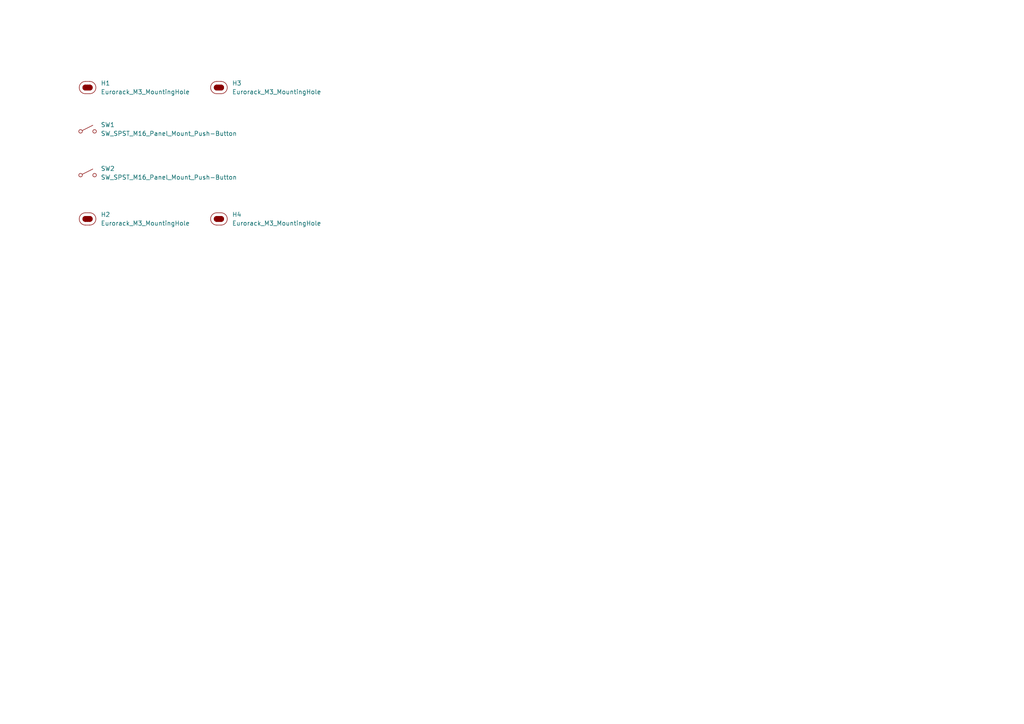
<source format=kicad_sch>
(kicad_sch (version 20250114) (generator "eeschema") (generator_version "9.0")
  (paper "A4")
  (lib_symbols
    (symbol "EXC:Eurorack_M3_MountingHole" (pin_names (offset 1.016))
      (property "Reference" "H" (at 0 5.08 0))
      (property "Value" "Eurorack_M3_MountingHole" (at 0 3.175 0))
      (symbol "Eurorack_M3_MountingHole_0_1"
        (polyline (pts (xy -0.635 0.762) (xy 0.635 0.762)))
        (circle (center -0.635 0) (radius 0.762) (fill (type outline)))
        (arc (start -0.635 -0.762) (mid -1.397 0) (end -0.635 0.762))
        (arc (start -0.635 -1.778) (mid -2.413 0) (end -0.635 1.778))
        (polyline (pts (xy -0.635 -0.762) (xy 0.635 -0.762)))
        (polyline (pts (xy -0.635 -1.778) (xy 0.635 -1.778)))
        (circle (center 0 0) (radius 0.762) (fill (type outline)))
        (polyline (pts (xy 0.635 1.778) (xy -0.635 1.778)))
        (arc (start 0.6141 1.778) (mid 2.4131 0) (end 0.6141 -1.778))
        (arc (start 0.6227 0.762) (mid 1.3971 0) (end 0.6227 -0.762))
        (circle (center 0.635 0) (radius 0.762) (fill (type outline)))
      )
    )
    (symbol "EXC:SW_SPST-M16_Panel_Mount_Push-Button" (pin_names (offset 0) (hide yes))
      (property "Reference" "SW" (at 0 3.175 0))
      (property "Value" "SW_SPST_M16_Panel_Mount_Push-Button" (at 0 -2.032 0))
      (symbol "SW_SPST-M16_Panel_Mount_Push-Button_0_0"
        (circle (center -2.032 0) (radius 0.508))
        (polyline (pts (xy -1.524 0.254) (xy 1.524 1.778)))
        (circle (center 2.032 0) (radius 0.508))
      )
    )
  )
  (symbol (lib_id "EXC:SW_SPST-M16_Panel_Mount_Push-Button") (at 25.4 38.1 0) (unit 1)
    (property "Reference" "SW1" (at 29.21 36.1949 0) (effects (justify left)))
    (property "Value" "SW_SPST_M16_Panel_Mount_Push-Button" (at 29.21 38.7349 0) (effects (justify left)))
    (property "Footprint" "EXC:SW_SPST_M16_Panel_Mount_Push-Button" (effects (hide yes)))
    (property "Datasheet" "https://ae01.alicdn.com/kf/Hb7108e41e3624ebcb499960f1397143a2.jpg" (effects (hide yes)))
    (property "Description" "Single Pole Single-Throw (SPST) M16 panel-mount Push-Button switch" (effects (hide yes)))
    (property "Source" "https://www.aliexpress.com/item/4000830670631.html" (effects (hide yes)))
  )
  (symbol (lib_id "EXC:SW_SPST-M16_Panel_Mount_Push-Button") (at 25.4 50.8 0) (unit 1)
    (property "Reference" "SW2" (at 29.21 48.8949 0) (effects (justify left)))
    (property "Value" "SW_SPST_M16_Panel_Mount_Push-Button" (at 29.21 51.4349 0) (effects (justify left)))
    (property "Footprint" "EXC:SW_SPST_M16_Panel_Mount_Push-Button" (effects (hide yes)))
    (property "Datasheet" "https://ae01.alicdn.com/kf/Hb7108e41e3624ebcb499960f1397143a2.jpg" (effects (hide yes)))
    (property "Description" "Single Pole Single-Throw (SPST) M16 panel-mount Push-Button switch" (effects (hide yes)))
    (property "Source" "https://www.aliexpress.com/item/4000830670631.html" (effects (hide yes)))
  )
  (symbol (lib_id "EXC:Eurorack_M3_MountingHole") (at 63.5 63.5 0) (unit 1)
    (property "Reference" "H4" (at 67.31 62.2299 0) (effects (justify left)))
    (property "Value" "Eurorack_M3_MountingHole" (at 67.31 64.7699 0) (effects (justify left)))
    (property "Footprint" "EXC:MountingHole_3.2mm_M3" (effects (hide yes)))
    (property "Description" "Mounting Hole without connection" (effects (hide yes)))
  )
  (symbol (lib_id "EXC:Eurorack_M3_MountingHole") (at 63.5 25.4 0) (unit 1)
    (property "Reference" "H3" (at 67.31 24.1299 0) (effects (justify left)))
    (property "Value" "Eurorack_M3_MountingHole" (at 67.31 26.6699 0) (effects (justify left)))
    (property "Footprint" "EXC:MountingHole_3.2mm_M3" (effects (hide yes)))
    (property "Description" "Mounting Hole without connection" (effects (hide yes)))
  )
  (symbol (lib_id "EXC:Eurorack_M3_MountingHole") (at 25.4 63.5 0) (unit 1)
    (property "Reference" "H2" (at 29.21 62.2299 0) (effects (justify left)))
    (property "Value" "Eurorack_M3_MountingHole" (at 29.21 64.7699 0) (effects (justify left)))
    (property "Footprint" "EXC:MountingHole_3.2mm_M3" (effects (hide yes)))
    (property "Description" "Mounting Hole without connection" (effects (hide yes)))
  )
  (symbol (lib_id "EXC:Eurorack_M3_MountingHole") (at 25.4 25.4 0) (unit 1)
    (property "Reference" "H1" (at 29.21 24.1299 0) (effects (justify left)))
    (property "Value" "Eurorack_M3_MountingHole" (at 29.21 26.6699 0) (effects (justify left)))
    (property "Footprint" "EXC:MountingHole_3.2mm_M3" (effects (hide yes)))
    (property "Description" "Mounting Hole without connection" (effects (hide yes)))
  )
)
</source>
